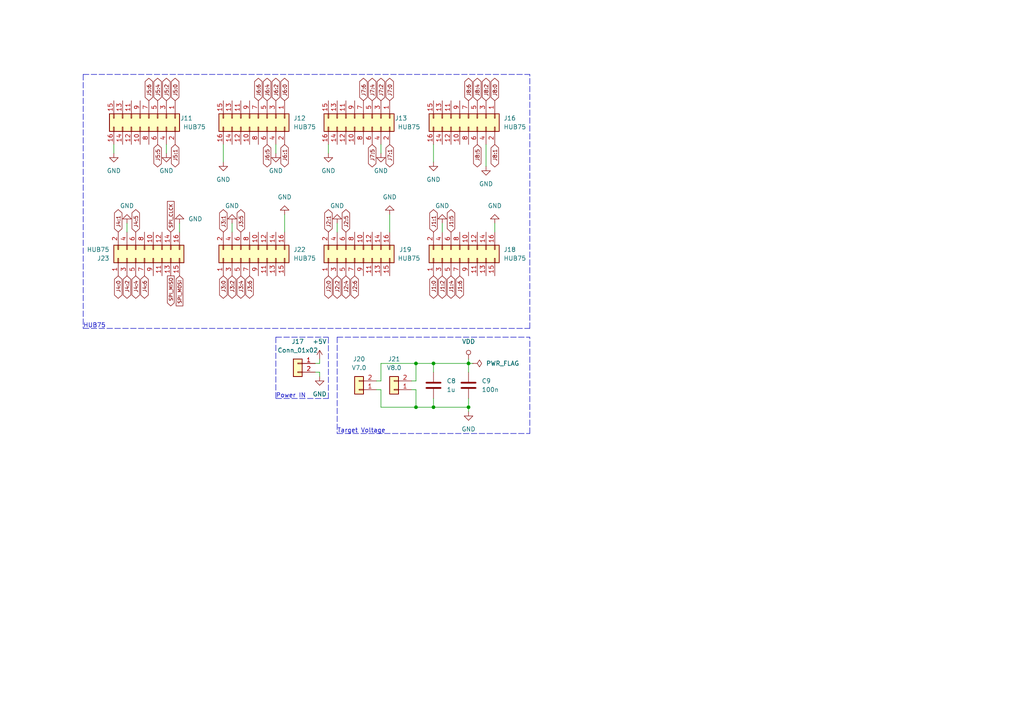
<source format=kicad_sch>
(kicad_sch (version 20230121) (generator eeschema)
  (paper "A4")
  (lib_symbols
    (symbol "Connector_Generic:Conn_01x02" (pin_names hide)
      (property "Reference" "J" (at 0 2.54 0))
      (property "Value" "Conn_01x02" (at 0 -5.08 0))
      (symbol "Conn_01x02_1_1"
        (rectangle (start -1.27 -2.413) (end 0 -2.667))
        (rectangle (start -1.27 0.127) (end 0 -0.127))
        (rectangle (start -1.27 1.27) (end 1.27 -3.81) (stroke (width 0.254)) (fill (type background)))
        (pin passive line (at -5.08 0 0) (length 3.81) (name "Pin_1") (number "1"))
        (pin passive line (at -5.08 -2.54 0) (length 3.81) (name "Pin_2") (number "2"))
      )
    )
    (symbol "Connector_Generic:Conn_02x08_Odd_Even" (pin_names hide)
      (property "Reference" "J" (at 1.27 10.16 0))
      (property "Value" "Conn_02x08_Odd_Even" (at 1.27 -12.7 0))
      (symbol "Conn_02x08_Odd_Even_1_1"
        (rectangle (start -1.27 -10.033) (end 0 -10.287))
        (rectangle (start -1.27 -7.493) (end 0 -7.747))
        (rectangle (start -1.27 -4.953) (end 0 -5.207))
        (rectangle (start -1.27 -2.413) (end 0 -2.667))
        (rectangle (start -1.27 0.127) (end 0 -0.127))
        (rectangle (start -1.27 2.667) (end 0 2.413))
        (rectangle (start -1.27 5.207) (end 0 4.953))
        (rectangle (start -1.27 7.747) (end 0 7.493))
        (rectangle (start -1.27 8.89) (end 3.81 -11.43) (stroke (width 0.254)) (fill (type background)))
        (rectangle (start 3.81 -10.033) (end 2.54 -10.287))
        (rectangle (start 3.81 -7.493) (end 2.54 -7.747))
        (rectangle (start 3.81 -4.953) (end 2.54 -5.207))
        (rectangle (start 3.81 -2.413) (end 2.54 -2.667))
        (rectangle (start 3.81 0.127) (end 2.54 -0.127))
        (rectangle (start 3.81 2.667) (end 2.54 2.413))
        (rectangle (start 3.81 5.207) (end 2.54 4.953))
        (rectangle (start 3.81 7.747) (end 2.54 7.493))
        (pin passive line (at -5.08 7.62 0) (length 3.81) (name "Pin_1") (number "1"))
        (pin passive line (at 7.62 -2.54 180) (length 3.81) (name "Pin_10") (number "10"))
        (pin passive line (at -5.08 -5.08 0) (length 3.81) (name "Pin_11") (number "11"))
        (pin passive line (at 7.62 -5.08 180) (length 3.81) (name "Pin_12") (number "12"))
        (pin passive line (at -5.08 -7.62 0) (length 3.81) (name "Pin_13") (number "13"))
        (pin passive line (at 7.62 -7.62 180) (length 3.81) (name "Pin_14") (number "14"))
        (pin passive line (at -5.08 -10.16 0) (length 3.81) (name "Pin_15") (number "15"))
        (pin passive line (at 7.62 -10.16 180) (length 3.81) (name "Pin_16") (number "16"))
        (pin passive line (at 7.62 7.62 180) (length 3.81) (name "Pin_2") (number "2"))
        (pin passive line (at -5.08 5.08 0) (length 3.81) (name "Pin_3") (number "3"))
        (pin passive line (at 7.62 5.08 180) (length 3.81) (name "Pin_4") (number "4"))
        (pin passive line (at -5.08 2.54 0) (length 3.81) (name "Pin_5") (number "5"))
        (pin passive line (at 7.62 2.54 180) (length 3.81) (name "Pin_6") (number "6"))
        (pin passive line (at -5.08 0 0) (length 3.81) (name "Pin_7") (number "7"))
        (pin passive line (at 7.62 0 180) (length 3.81) (name "Pin_8") (number "8"))
        (pin passive line (at -5.08 -2.54 0) (length 3.81) (name "Pin_9") (number "9"))
      )
    )
    (symbol "Device:C" (pin_numbers hide) (pin_names (offset 0.254))
      (property "Reference" "C" (at 0.635 2.54 0))
      (property "Value" "C" (at 0.635 -2.54 0))
      (symbol "C_0_1"
        (polyline (pts (xy -2.032 -0.762) (xy 2.032 -0.762)) (stroke (width 0.508)))
        (polyline (pts (xy -2.032 0.762) (xy 2.032 0.762)) (stroke (width 0.508)))
      )
      (symbol "C_1_1"
        (pin passive line (at 0 3.81 270) (length 2.794) (name "~") (number "1"))
        (pin passive line (at 0 -3.81 90) (length 2.794) (name "~") (number "2"))
      )
    )
    (symbol "power:+5V" (power) (pin_names (offset 0))
      (property "Value" "+5V" (at 0 3.556 0))
      (symbol "+5V_0_1"
        (polyline (pts (xy -0.762 1.27) (xy 0 2.54)))
        (polyline (pts (xy 0 0) (xy 0 2.54)))
        (polyline (pts (xy 0 2.54) (xy 0.762 1.27)))
      )
      (symbol "+5V_1_1"
        (pin power_in line (at 0 0 90) (length 0) hide (name "+5V") (number "1"))
      )
    )
    (symbol "power:GND" (power) (pin_names (offset 0))
      (property "Value" "GND" (at 0 -3.81 0))
      (symbol "GND_0_1"
        (polyline (pts (xy 0 0) (xy 0 -1.27) (xy 1.27 -1.27) (xy 0 -2.54) (xy -1.27 -1.27) (xy 0 -1.27)))
      )
      (symbol "GND_1_1"
        (pin power_in line (at 0 0 270) (length 0) hide (name "GND") (number "1"))
      )
    )
    (symbol "power:PWR_FLAG" (power) (pin_numbers hide) (pin_names (offset 0) hide)
      (property "Value" "PWR_FLAG" (at 0 3.81 0))
      (symbol "PWR_FLAG_0_0"
        (pin power_out line (at 0 0 90) (length 0) (name "pwr") (number "1"))
      )
      (symbol "PWR_FLAG_0_1"
        (polyline (pts (xy 0 0) (xy 0 1.27) (xy -1.016 1.905) (xy 0 2.54) (xy 1.016 1.905) (xy 0 1.27)))
      )
    )
    (symbol "power:VDD" (power) (pin_names (offset 0))
      (property "Value" "VDD" (at 0 3.81 0))
      (symbol "VDD_0_1"
        (polyline (pts (xy 0 0) (xy 0 1.27)))
        (circle (center 0 1.905) (radius 0.635))
      )
      (symbol "VDD_1_1"
        (pin power_in line (at 0 0 90) (length 0) hide (name "VDD") (number "1"))
      )
    )
  )
  (junction (at 135.89 105.41))
  (junction (at 125.73 118.11))
  (junction (at 120.65 105.41))
  (junction (at 125.73 105.41))
  (junction (at 135.89 118.11))
  (junction (at 120.65 118.11))
  (polyline (pts (xy 97.79 97.79) (xy 153.67 97.79)) (stroke (width 0) (type dash)))
  (wire (pts (xy 92.71 107.95) (xy 91.44 107.95)))
  (wire (pts (xy 135.89 105.41) (xy 137.16 105.41)))
  (polyline (pts (xy 95.25 115.57) (xy 95.25 97.79)) (stroke (width 0) (type dash)))
  (polyline (pts (xy 153.67 125.73) (xy 153.67 97.79)) (stroke (width 0) (type dash)))
  (wire (pts (xy 110.49 41.91) (xy 110.49 44.45)))
  (wire (pts (xy 119.38 113.03) (xy 120.65 113.03)))
  (wire (pts (xy 64.77 41.91) (xy 64.77 46.99)))
  (polyline (pts (xy 24.13 95.25) (xy 153.67 95.25)) (stroke (width 0) (type dash)))
  (wire (pts (xy 97.79 67.31) (xy 97.79 64.77)))
  (wire (pts (xy 135.89 105.41) (xy 135.89 107.95)))
  (wire (pts (xy 120.65 105.41) (xy 125.73 105.41)))
  (wire (pts (xy 82.55 67.31) (xy 82.55 62.23)))
  (wire (pts (xy 33.02 41.91) (xy 33.02 44.45)))
  (wire (pts (xy 119.38 110.49) (xy 120.65 110.49)))
  (wire (pts (xy 140.97 41.91) (xy 140.97 48.26)))
  (wire (pts (xy 110.49 105.41) (xy 120.65 105.41)))
  (wire (pts (xy 36.83 67.31) (xy 36.83 64.77)))
  (wire (pts (xy 95.25 41.91) (xy 95.25 44.45)))
  (polyline (pts (xy 24.13 21.59) (xy 153.67 21.59)) (stroke (width 0) (type dash)))
  (wire (pts (xy 80.01 41.91) (xy 80.01 44.45)))
  (wire (pts (xy 143.51 64.77) (xy 143.51 67.31)))
  (polyline (pts (xy 80.01 97.79) (xy 95.25 97.79)) (stroke (width 0) (type dash)))
  (wire (pts (xy 125.73 105.41) (xy 135.89 105.41)))
  (polyline (pts (xy 97.79 97.79) (xy 97.79 125.73)) (stroke (width 0) (type dash)))
  (wire (pts (xy 113.03 67.31) (xy 113.03 62.23)))
  (wire (pts (xy 110.49 118.11) (xy 120.65 118.11)))
  (wire (pts (xy 125.73 118.11) (xy 120.65 118.11)))
  (wire (pts (xy 135.89 104.14) (xy 135.89 105.41)))
  (wire (pts (xy 67.31 67.31) (xy 67.31 64.77)))
  (wire (pts (xy 92.71 107.95) (xy 92.71 109.22)))
  (polyline (pts (xy 24.13 21.59) (xy 24.13 95.25)) (stroke (width 0) (type dash)))
  (wire (pts (xy 110.49 110.49) (xy 110.49 105.41)))
  (wire (pts (xy 135.89 118.11) (xy 125.73 118.11)))
  (wire (pts (xy 125.73 115.57) (xy 125.73 118.11)))
  (wire (pts (xy 128.27 64.77) (xy 128.27 67.31)))
  (polyline (pts (xy 80.01 115.57) (xy 95.25 115.57)) (stroke (width 0) (type dash)))
  (wire (pts (xy 110.49 118.11) (xy 110.49 113.03)))
  (wire (pts (xy 120.65 113.03) (xy 120.65 118.11)))
  (wire (pts (xy 109.22 110.49) (xy 110.49 110.49)))
  (wire (pts (xy 135.89 118.11) (xy 135.89 119.38)))
  (wire (pts (xy 92.71 105.41) (xy 91.44 105.41)))
  (wire (pts (xy 48.26 41.91) (xy 48.26 44.45)))
  (polyline (pts (xy 97.79 125.73) (xy 153.67 125.73)) (stroke (width 0) (type dash)))
  (wire (pts (xy 125.73 105.41) (xy 125.73 107.95)))
  (wire (pts (xy 52.07 67.31) (xy 52.07 64.77)))
  (polyline (pts (xy 80.01 97.79) (xy 80.01 115.57)) (stroke (width 0) (type dash)))
  (wire (pts (xy 125.73 41.91) (xy 125.73 46.99)))
  (wire (pts (xy 120.65 105.41) (xy 120.65 110.49)))
  (polyline (pts (xy 153.67 95.25) (xy 153.67 21.59)) (stroke (width 0) (type dash)))
  (wire (pts (xy 135.89 115.57) (xy 135.89 118.11)))
  (wire (pts (xy 109.22 113.03) (xy 110.49 113.03)))
  (wire (pts (xy 92.71 104.14) (xy 92.71 105.41)))
  (text "Power IN" (at 80.01 115.57 0) (effects (font (size 1.27 1.27)) (justify left bottom)))
  (text "HUB75" (at 24.13 95.25 0) (effects (font (size 1.27 1.27)) (justify left bottom)))
  (text "Target Voltage" (at 97.79 125.73 0) (effects (font (size 1.27 1.27)) (justify left bottom)))
  (global_label "J7:0" (shape bidirectional) (at 113.03 29.21 90) (effects (font (size 1.1 1.1))) (property "Intersheetrefs" "${INTERSHEET_REFS}" (effects hide)))
  (global_label "J8:5" (shape bidirectional) (at 138.43 41.91 270) (effects (font (size 1.1 1.1))) (property "Intersheetrefs" "${INTERSHEET_REFS}" (effects hide)))
  (global_label "J2:2" (shape bidirectional) (at 97.79 80.01 270) (effects (font (size 1.1 1.1))) (property "Intersheetrefs" "${INTERSHEET_REFS}" (effects hide)))
  (global_label "J5:2" (shape bidirectional) (at 48.26 29.21 90) (effects (font (size 1.1 1.1))) (property "Intersheetrefs" "${INTERSHEET_REFS}" (effects hide)))
  (global_label "J7:1" (shape bidirectional) (at 113.03 41.91 270) (effects (font (size 1.1 1.1))) (property "Intersheetrefs" "${INTERSHEET_REFS}" (effects hide)))
  (global_label "J7:5" (shape bidirectional) (at 107.95 41.91 270) (effects (font (size 1.1 1.1))) (property "Intersheetrefs" "${INTERSHEET_REFS}" (effects hide)))
  (global_label "J5:0" (shape bidirectional) (at 50.8 29.21 90) (effects (font (size 1.1 1.1))) (property "Intersheetrefs" "${INTERSHEET_REFS}" (effects hide)))
  (global_label "J4:1" (shape bidirectional) (at 34.29 67.31 90) (effects (font (size 1.1 1.1))) (property "Intersheetrefs" "${INTERSHEET_REFS}" (effects hide)))
  (global_label "J6:5" (shape bidirectional) (at 77.47 41.91 270) (effects (font (size 1.1 1.1))) (property "Intersheetrefs" "${INTERSHEET_REFS}" (effects hide)))
  (global_label "J3:5" (shape bidirectional) (at 69.85 67.31 90) (effects (font (size 1.1 1.1))) (property "Intersheetrefs" "${INTERSHEET_REFS}" (effects hide)))
  (global_label "J7:2" (shape bidirectional) (at 110.49 29.21 90) (effects (font (size 1.1 1.1))) (property "Intersheetrefs" "${INTERSHEET_REFS}" (effects hide)))
  (global_label "J1:0" (shape bidirectional) (at 125.73 80.01 270) (effects (font (size 1.1 1.1))) (property "Intersheetrefs" "${INTERSHEET_REFS}" (effects hide)))
  (global_label "J5:1" (shape bidirectional) (at 50.8 41.91 270) (effects (font (size 1.1 1.1))) (property "Intersheetrefs" "${INTERSHEET_REFS}" (effects hide)))
  (global_label "J4:0" (shape bidirectional) (at 34.29 80.01 270) (effects (font (size 1.1 1.1))) (property "Intersheetrefs" "${INTERSHEET_REFS}" (effects hide)))
  (global_label "SPI_MISO" (shape output) (at 49.53 80.01 270) (effects (font (size 1 1))) (property "Intersheetrefs" "${INTERSHEET_REFS}" (effects hide)))
  (global_label "J4:6" (shape bidirectional) (at 41.91 80.01 270) (effects (font (size 1.1 1.1))) (property "Intersheetrefs" "${INTERSHEET_REFS}" (effects hide)))
  (global_label "J6:1" (shape bidirectional) (at 82.55 41.91 270) (effects (font (size 1.1 1.1))) (property "Intersheetrefs" "${INTERSHEET_REFS}" (effects hide)))
  (global_label "J6:6" (shape bidirectional) (at 74.93 29.21 90) (effects (font (size 1.1 1.1))) (property "Intersheetrefs" "${INTERSHEET_REFS}" (effects hide)))
  (global_label "J2:6" (shape bidirectional) (at 102.87 80.01 270) (effects (font (size 1.1 1.1))) (property "Intersheetrefs" "${INTERSHEET_REFS}" (effects hide)))
  (global_label "J8:6" (shape bidirectional) (at 135.89 29.21 90) (effects (font (size 1.1 1.1))) (property "Intersheetrefs" "${INTERSHEET_REFS}" (effects hide)))
  (global_label "J5:4" (shape bidirectional) (at 45.72 29.21 90) (effects (font (size 1.1 1.1))) (property "Intersheetrefs" "${INTERSHEET_REFS}" (effects hide)))
  (global_label "J8:1" (shape bidirectional) (at 143.51 41.91 270) (effects (font (size 1.1 1.1))) (property "Intersheetrefs" "${INTERSHEET_REFS}" (effects hide)))
  (global_label "J6:0" (shape bidirectional) (at 82.55 29.21 90) (effects (font (size 1.1 1.1))) (property "Intersheetrefs" "${INTERSHEET_REFS}" (effects hide)))
  (global_label "J3:0" (shape bidirectional) (at 64.77 80.01 270) (effects (font (size 1.1 1.1))) (property "Intersheetrefs" "${INTERSHEET_REFS}" (effects hide)))
  (global_label "J3:1" (shape bidirectional) (at 64.77 67.31 90) (effects (font (size 1.1 1.1))) (property "Intersheetrefs" "${INTERSHEET_REFS}" (effects hide)))
  (global_label "J8:2" (shape bidirectional) (at 140.97 29.21 90) (effects (font (size 1.1 1.1))) (property "Intersheetrefs" "${INTERSHEET_REFS}" (effects hide)))
  (global_label "J6:2" (shape bidirectional) (at 80.01 29.21 90) (effects (font (size 1.1 1.1))) (property "Intersheetrefs" "${INTERSHEET_REFS}" (effects hide)))
  (global_label "J4:2" (shape bidirectional) (at 36.83 80.01 270) (effects (font (size 1.1 1.1))) (property "Intersheetrefs" "${INTERSHEET_REFS}" (effects hide)))
  (global_label "J5:6" (shape bidirectional) (at 43.18 29.21 90) (effects (font (size 1.1 1.1))) (property "Intersheetrefs" "${INTERSHEET_REFS}" (effects hide)))
  (global_label "J7:6" (shape bidirectional) (at 105.41 29.21 90) (effects (font (size 1.1 1.1))) (property "Intersheetrefs" "${INTERSHEET_REFS}" (effects hide)))
  (global_label "J3:6" (shape bidirectional) (at 72.39 80.01 270) (effects (font (size 1.1 1.1))) (property "Intersheetrefs" "${INTERSHEET_REFS}" (effects hide)))
  (global_label "J2:5" (shape bidirectional) (at 100.33 67.31 90) (effects (font (size 1.1 1.1))) (property "Intersheetrefs" "${INTERSHEET_REFS}" (effects hide)))
  (global_label "J7:4" (shape bidirectional) (at 107.95 29.21 90) (effects (font (size 1.1 1.1))) (property "Intersheetrefs" "${INTERSHEET_REFS}" (effects hide)))
  (global_label "J8:0" (shape bidirectional) (at 143.51 29.21 90) (effects (font (size 1.1 1.1))) (property "Intersheetrefs" "${INTERSHEET_REFS}" (effects hide)))
  (global_label "SPI_CLCK" (shape input) (at 49.53 67.31 90) (effects (font (size 1 1))) (property "Intersheetrefs" "${INTERSHEET_REFS}" (effects hide)))
  (global_label "SPI_MOSI" (shape input) (at 52.07 80.01 270) (effects (font (size 1 1))) (property "Intersheetrefs" "${INTERSHEET_REFS}" (effects hide)))
  (global_label "J1:1" (shape bidirectional) (at 125.73 67.31 90) (effects (font (size 1.1 1.1))) (property "Intersheetrefs" "${INTERSHEET_REFS}" (effects hide)))
  (global_label "J6:4" (shape bidirectional) (at 77.47 29.21 90) (effects (font (size 1.1 1.1))) (property "Intersheetrefs" "${INTERSHEET_REFS}" (effects hide)))
  (global_label "J3:4" (shape bidirectional) (at 69.85 80.01 270) (effects (font (size 1.1 1.1))) (property "Intersheetrefs" "${INTERSHEET_REFS}" (effects hide)))
  (global_label "J4:4" (shape bidirectional) (at 39.37 80.01 270) (effects (font (size 1.1 1.1))) (property "Intersheetrefs" "${INTERSHEET_REFS}" (effects hide)))
  (global_label "J1:2" (shape bidirectional) (at 128.27 80.01 270) (effects (font (size 1.1 1.1))) (property "Intersheetrefs" "${INTERSHEET_REFS}" (effects hide)))
  (global_label "J2:0" (shape bidirectional) (at 95.25 80.01 270) (effects (font (size 1.1 1.1))) (property "Intersheetrefs" "${INTERSHEET_REFS}" (effects hide)))
  (global_label "J2:1" (shape bidirectional) (at 95.25 67.31 90) (effects (font (size 1.1 1.1))) (property "Intersheetrefs" "${INTERSHEET_REFS}" (effects hide)))
  (global_label "J1:6" (shape bidirectional) (at 133.35 80.01 270) (effects (font (size 1.1 1.1))) (property "Intersheetrefs" "${INTERSHEET_REFS}" (effects hide)))
  (global_label "J2:4" (shape bidirectional) (at 100.33 80.01 270) (effects (font (size 1.1 1.1))) (property "Intersheetrefs" "${INTERSHEET_REFS}" (effects hide)))
  (global_label "J1:5" (shape bidirectional) (at 130.81 67.31 90) (effects (font (size 1.1 1.1))) (property "Intersheetrefs" "${INTERSHEET_REFS}" (effects hide)))
  (global_label "J4:5" (shape bidirectional) (at 39.37 67.31 90) (effects (font (size 1.1 1.1))) (property "Intersheetrefs" "${INTERSHEET_REFS}" (effects hide)))
  (global_label "J1:4" (shape bidirectional) (at 130.81 80.01 270) (effects (font (size 1.1 1.1))) (property "Intersheetrefs" "${INTERSHEET_REFS}" (effects hide)))
  (global_label "J5:5" (shape bidirectional) (at 45.72 41.91 270) (effects (font (size 1.1 1.1))) (property "Intersheetrefs" "${INTERSHEET_REFS}" (effects hide)))
  (global_label "J3:2" (shape bidirectional) (at 67.31 80.01 270) (effects (font (size 1.1 1.1))) (property "Intersheetrefs" "${INTERSHEET_REFS}" (effects hide)))
  (global_label "J8:4" (shape bidirectional) (at 138.43 29.21 90) (effects (font (size 1.1 1.1))) (property "Intersheetrefs" "${INTERSHEET_REFS}" (effects hide)))
  (symbol (lib_id "Connector_Generic:Conn_01x02") (at 86.36 105.41 0) (mirror y) (unit 1)
    (property "Reference" "J17" (at 86.36 99.06 0))
    (property "Value" "Conn_01x02" (at 86.36 101.6 0))
    (property "Footprint" "Connector_Wire:SolderWire-0.5sqmm_1x02_P4.6mm_D0.9mm_OD2.1mm_Relief" (effects hide))
    (instances (project "chubby-hat" (path "" (reference "J17") (unit 1))) (project "LITEXCNC-HUB75HAT" (path "" (reference "J10") (unit 1))))
  )
  (symbol (lib_id "power:PWR_FLAG") (at 137.16 105.41 270) (unit 1)
    (property "Reference" "#FLG04" (effects hide))
    (property "Value" "PWR_FLAG" (at 140.97 105.4099 90) (effects (justify left)))
    (instances (project "chubby-hat" (path "" (reference "#FLG04") (unit 1))) (project "LITEXCNC-HUB75HAT" (path "" (reference "#FLG01") (unit 1))))
  )
  (symbol (lib_id "power:GND") (at 67.31 64.77 180) (unit 1)
    (property "Reference" "#PWR087" (effects hide))
    (property "Value" "GND" (at 67.31 59.69 0))
    (instances (project "chubby-hat" (path "" (reference "#PWR087") (unit 1))) (project "LITEXCNC-HUB75HAT" (path "" (reference "#PWR049") (unit 1))))
  )
  (symbol (lib_id "power:GND") (at 64.77 46.99 0) (unit 1)
    (property "Reference" "#PWR072" (effects hide))
    (property "Value" "GND" (at 64.77 52.07 0))
    (instances (project "chubby-hat" (path "" (reference "#PWR072") (unit 1))) (project "LITEXCNC-HUB75HAT" (path "" (reference "#PWR034") (unit 1))))
  )
  (symbol (lib_id "power:VDD") (at 135.89 104.14 0) (mirror y) (unit 1)
    (property "Reference" "#PWR088" (effects hide))
    (property "Value" "VDD" (at 135.89 99.06 0))
    (instances (project "chubby-hat" (path "" (reference "#PWR088") (unit 1))) (project "LITEXCNC-HUB75HAT" (path "" (reference "#PWR050") (unit 1))))
  )
  (symbol (lib_id "power:GND") (at 92.71 109.22 0) (mirror y) (unit 1)
    (property "Reference" "#PWR082" (effects hide))
    (property "Value" "GND" (at 92.71 114.3 0))
    (instances (project "chubby-hat" (path "" (reference "#PWR082") (unit 1))) (project "LITEXCNC-HUB75HAT" (path "" (reference "#PWR044") (unit 1))))
  )
  (symbol (lib_id "power:GND") (at 80.01 44.45 0) (unit 1)
    (property "Reference" "#PWR074" (effects hide))
    (property "Value" "GND" (at 80.01 49.53 0))
    (instances (project "chubby-hat" (path "" (reference "#PWR074") (unit 1))) (project "LITEXCNC-HUB75HAT" (path "" (reference "#PWR036") (unit 1))))
  )
  (symbol (lib_id "Connector_Generic:Conn_02x08_Odd_Even") (at 41.91 74.93 90) (unit 1)
    (property "Reference" "J23" (at 31.75 74.9301 90) (effects (justify left)))
    (property "Value" "HUB75" (at 31.75 72.3901 90) (effects (justify left)))
    (property "Footprint" "Connector_PinSocket_2.54mm:PinSocket_2x08_P2.54mm_Vertical" (effects hide))
    (instances (project "chubby-hat" (path "" (reference "J23") (unit 1))) (project "LITEXCNC-HUB75HAT" (path "" (reference "J16") (unit 1))))
  )
  (symbol (lib_id "Device:C") (at 135.89 111.76 0) (mirror x) (unit 1)
    (property "Reference" "C9" (at 139.7 110.4899 0) (effects (justify left)))
    (property "Value" "100n" (at 139.7 113.0299 0) (effects (justify left)))
    (property "Footprint" "Capacitor_SMD:C_1206_3216Metric_Pad1.33x1.80mm_HandSolder" (effects hide))
    (instances (project "chubby-hat" (path "" (reference "C9") (unit 1))) (project "LITEXCNC-HUB75HAT" (path "" (reference "C8") (unit 1))))
  )
  (symbol (lib_id "power:GND") (at 125.73 46.99 0) (unit 1)
    (property "Reference" "#PWR076" (effects hide))
    (property "Value" "GND" (at 125.73 52.07 0))
    (instances (project "chubby-hat" (path "" (reference "#PWR076") (unit 1))) (project "LITEXCNC-HUB75HAT" (path "" (reference "#PWR038") (unit 1))))
  )
  (symbol (lib_id "Connector_Generic:Conn_02x08_Odd_Even") (at 102.87 74.93 90) (unit 1)
    (property "Reference" "J19" (at 119.38 72.39 90) (effects (justify left)))
    (property "Value" "HUB75" (at 121.92 74.93 90) (effects (justify left)))
    (property "Footprint" "Connector_PinSocket_2.54mm:PinSocket_2x08_P2.54mm_Vertical" (effects hide))
    (instances (project "chubby-hat" (path "" (reference "J19") (unit 1))) (project "LITEXCNC-HUB75HAT" (path "" (reference "J12") (unit 1))))
  )
  (symbol (lib_id "power:+5V") (at 92.71 104.14 0) (mirror y) (unit 1)
    (property "Reference" "#PWR081" (effects hide))
    (property "Value" "+5V" (at 92.71 99.06 0))
    (instances (project "chubby-hat" (path "" (reference "#PWR081") (unit 1))) (project "LITEXCNC-HUB75HAT" (path "" (reference "#PWR043") (unit 1))))
  )
  (symbol (lib_id "power:GND") (at 143.51 64.77 180) (unit 1)
    (property "Reference" "#PWR085" (effects hide))
    (property "Value" "GND" (at 143.51 59.69 0))
    (instances (project "chubby-hat" (path "" (reference "#PWR085") (unit 1))) (project "LITEXCNC-HUB75HAT" (path "" (reference "#PWR047") (unit 1))))
  )
  (symbol (lib_id "power:GND") (at 52.07 64.77 180) (unit 1)
    (property "Reference" "#PWR086" (effects hide))
    (property "Value" "GND" (at 54.61 63.5001 0) (effects (justify right)))
    (instances (project "chubby-hat" (path "" (reference "#PWR086") (unit 1))) (project "LITEXCNC-HUB75HAT" (path "" (reference "#PWR048") (unit 1))))
  )
  (symbol (lib_id "power:GND") (at 97.79 64.77 180) (unit 1)
    (property "Reference" "#PWR084" (effects hide))
    (property "Value" "GND" (at 97.79 59.69 0))
    (instances (project "chubby-hat" (path "" (reference "#PWR084") (unit 1))) (project "LITEXCNC-HUB75HAT" (path "" (reference "#PWR046") (unit 1))))
  )
  (symbol (lib_id "power:GND") (at 135.89 119.38 0) (mirror y) (unit 1)
    (property "Reference" "#PWR089" (effects hide))
    (property "Value" "GND" (at 135.89 124.46 0))
    (instances (project "chubby-hat" (path "" (reference "#PWR089") (unit 1))) (project "LITEXCNC-HUB75HAT" (path "" (reference "#PWR051") (unit 1))))
  )
  (symbol (lib_id "Connector_Generic:Conn_02x08_Odd_Even") (at 74.93 34.29 270) (unit 1)
    (property "Reference" "J12" (at 85.09 34.2899 90) (effects (justify left)))
    (property "Value" "HUB75" (at 85.09 36.8299 90) (effects (justify left)))
    (property "Footprint" "Connector_PinSocket_2.54mm:PinSocket_2x08_P2.54mm_Vertical" (effects hide))
    (instances (project "chubby-hat" (path "" (reference "J12") (unit 1))) (project "LITEXCNC-HUB75HAT" (path "" (reference "J5") (unit 1))))
  )
  (symbol (lib_id "Device:C") (at 125.73 111.76 0) (mirror x) (unit 1)
    (property "Reference" "C8" (at 129.54 110.4899 0) (effects (justify left)))
    (property "Value" "1u" (at 129.54 113.0299 0) (effects (justify left)))
    (property "Footprint" "Capacitor_SMD:C_1206_3216Metric_Pad1.33x1.80mm_HandSolder" (effects hide))
    (instances (project "chubby-hat" (path "" (reference "C8") (unit 1))) (project "LITEXCNC-HUB75HAT" (path "" (reference "C7") (unit 1))))
  )
  (symbol (lib_id "power:GND") (at 48.26 44.45 0) (unit 1)
    (property "Reference" "#PWR073" (effects hide))
    (property "Value" "GND" (at 48.26 49.53 0))
    (instances (project "chubby-hat" (path "" (reference "#PWR073") (unit 1))) (project "LITEXCNC-HUB75HAT" (path "" (reference "#PWR035") (unit 1))))
  )
  (symbol (lib_id "Connector_Generic:Conn_02x08_Odd_Even") (at 72.39 74.93 90) (unit 1)
    (property "Reference" "J22" (at 85.09 72.3899 90) (effects (justify right)))
    (property "Value" "HUB75" (at 85.09 74.9299 90) (effects (justify right)))
    (property "Footprint" "Connector_PinSocket_2.54mm:PinSocket_2x08_P2.54mm_Vertical" (effects hide))
    (instances (project "chubby-hat" (path "" (reference "J22") (unit 1))) (project "LITEXCNC-HUB75HAT" (path "" (reference "J15") (unit 1))))
  )
  (symbol (lib_id "power:GND") (at 140.97 48.26 0) (unit 1)
    (property "Reference" "#PWR078" (effects hide))
    (property "Value" "GND" (at 140.97 53.34 0))
    (instances (project "chubby-hat" (path "" (reference "#PWR078") (unit 1))) (project "LITEXCNC-HUB75HAT" (path "" (reference "#PWR040") (unit 1))))
  )
  (symbol (lib_id "power:GND") (at 82.55 62.23 180) (unit 1)
    (property "Reference" "#PWR091" (effects hide))
    (property "Value" "GND" (at 82.55 57.15 0))
    (instances (project "chubby-hat" (path "" (reference "#PWR091") (unit 1))) (project "LITEXCNC-HUB75HAT" (path "" (reference "#PWR053") (unit 1))))
  )
  (symbol (lib_id "Connector_Generic:Conn_02x08_Odd_Even") (at 133.35 74.93 90) (unit 1)
    (property "Reference" "J18" (at 146.05 72.3899 90) (effects (justify right)))
    (property "Value" "HUB75" (at 146.05 74.9299 90) (effects (justify right)))
    (property "Footprint" "Connector_PinSocket_2.54mm:PinSocket_2x08_P2.54mm_Vertical" (effects hide))
    (instances (project "chubby-hat" (path "" (reference "J18") (unit 1))) (project "LITEXCNC-HUB75HAT" (path "" (reference "J11") (unit 1))))
  )
  (symbol (lib_id "power:GND") (at 110.49 44.45 0) (unit 1)
    (property "Reference" "#PWR077" (effects hide))
    (property "Value" "GND" (at 110.49 49.53 0))
    (instances (project "chubby-hat" (path "" (reference "#PWR077") (unit 1))) (project "LITEXCNC-HUB75HAT" (path "" (reference "#PWR039") (unit 1))))
  )
  (symbol (lib_id "Connector_Generic:Conn_01x02") (at 114.3 113.03 180) (unit 1)
    (property "Reference" "J21" (at 114.3 104.14 0))
    (property "Value" "V8.0" (at 114.3 106.68 0))
    (property "Footprint" "Connector_PinHeader_2.54mm:PinHeader_1x02_P2.54mm_Vertical" (effects hide))
    (instances (project "chubby-hat" (path "" (reference "J21") (unit 1))) (project "LITEXCNC-HUB75HAT" (path "" (reference "J14") (unit 1))))
  )
  (symbol (lib_id "power:GND") (at 113.03 62.23 180) (unit 1)
    (property "Reference" "#PWR080" (effects hide))
    (property "Value" "GND" (at 113.03 57.15 0))
    (instances (project "chubby-hat" (path "" (reference "#PWR080") (unit 1))) (project "LITEXCNC-HUB75HAT" (path "" (reference "#PWR042") (unit 1))))
  )
  (symbol (lib_id "Connector_Generic:Conn_01x02") (at 104.14 113.03 180) (unit 1)
    (property "Reference" "J20" (at 104.14 104.14 0))
    (property "Value" "V7.0" (at 104.14 106.68 0))
    (property "Footprint" "Connector_PinHeader_2.54mm:PinHeader_1x02_P2.54mm_Vertical" (effects hide))
    (instances (project "chubby-hat" (path "" (reference "J20") (unit 1))) (project "LITEXCNC-HUB75HAT" (path "" (reference "J13") (unit 1))))
  )
  (symbol (lib_id "power:GND") (at 95.25 44.45 0) (unit 1)
    (property "Reference" "#PWR079" (effects hide))
    (property "Value" "GND" (at 95.25 49.53 0))
    (instances (project "chubby-hat" (path "" (reference "#PWR079") (unit 1))) (project "LITEXCNC-HUB75HAT" (path "" (reference "#PWR041") (unit 1))))
  )
  (symbol (lib_id "Connector_Generic:Conn_02x08_Odd_Even") (at 43.18 34.29 270) (unit 1)
    (property "Reference" "J11" (at 55.88 34.29 90) (effects (justify right)))
    (property "Value" "HUB75" (at 59.69 36.83 90) (effects (justify right)))
    (property "Footprint" "Connector_PinSocket_2.54mm:PinSocket_2x08_P2.54mm_Vertical" (effects hide))
    (instances (project "chubby-hat" (path "" (reference "J11") (unit 1))) (project "LITEXCNC-HUB75HAT" (path "" (reference "J4") (unit 1))))
  )
  (symbol (lib_id "Connector_Generic:Conn_02x08_Odd_Even") (at 105.41 34.29 270) (unit 1)
    (property "Reference" "J13" (at 118.11 34.29 90) (effects (justify right)))
    (property "Value" "HUB75" (at 121.92 36.83 90) (effects (justify right)))
    (property "Footprint" "Connector_PinSocket_2.54mm:PinSocket_2x08_P2.54mm_Vertical" (effects hide))
    (instances (project "chubby-hat" (path "" (reference "J13") (unit 1))) (project "LITEXCNC-HUB75HAT" (path "" (reference "J6") (unit 1))))
  )
  (symbol (lib_id "power:GND") (at 128.27 64.77 180) (unit 1)
    (property "Reference" "#PWR083" (effects hide))
    (property "Value" "GND" (at 128.27 59.69 0))
    (instances (project "chubby-hat" (path "" (reference "#PWR083") (unit 1))) (project "LITEXCNC-HUB75HAT" (path "" (reference "#PWR045") (unit 1))))
  )
  (symbol (lib_id "power:GND") (at 33.02 44.45 0) (unit 1)
    (property "Reference" "#PWR075" (effects hide))
    (property "Value" "GND" (at 33.02 49.53 0))
    (instances (project "chubby-hat" (path "" (reference "#PWR075") (unit 1))) (project "LITEXCNC-HUB75HAT" (path "" (reference "#PWR037") (unit 1))))
  )
  (symbol (lib_id "power:GND") (at 36.83 64.77 180) (unit 1)
    (property "Reference" "#PWR090" (effects hide))
    (property "Value" "GND" (at 36.83 59.69 0))
    (instances (project "chubby-hat" (path "" (reference "#PWR090") (unit 1))) (project "LITEXCNC-HUB75HAT" (path "" (reference "#PWR052") (unit 1))))
  )
  (symbol (lib_id "Connector_Generic:Conn_02x08_Odd_Even") (at 135.89 34.29 270) (unit 1)
    (property "Reference" "J16" (at 146.05 34.2899 90) (effects (justify left)))
    (property "Value" "HUB75" (at 146.05 36.8299 90) (effects (justify left)))
    (property "Footprint" "Connector_PinSocket_2.54mm:PinSocket_2x08_P2.54mm_Vertical" (effects hide))
    (instances (project "chubby-hat" (path "" (reference "J16") (unit 1))) (project "LITEXCNC-HUB75HAT" (path "" (reference "J9") (unit 1))))
  )
)
</source>
